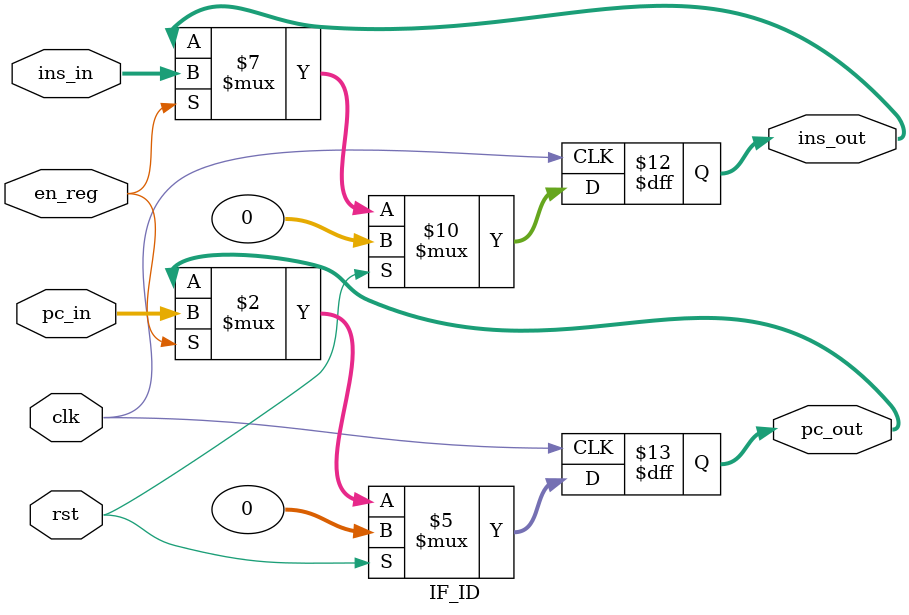
<source format=v>
module IF_ID ( clk, rst, en_reg,
               ins_in, pc_in,
               ins_out, pc_out) ;

    input clk, rst, en_reg;
    input[31:0]	ins_in, pc_in;
    output[31:0] ins_out, pc_out;

    reg [31:0] ins_out, pc_out;
   
    always @( posedge clk ) begin
        if ( rst ) begin
		pc_out  <= 32'b0;
		ins_out <= 32'b0;
	end
        else if ( en_reg ) begin
		pc_out  <= pc_in;
		ins_out <= ins_in;
	end
    end
endmodule
	



</source>
